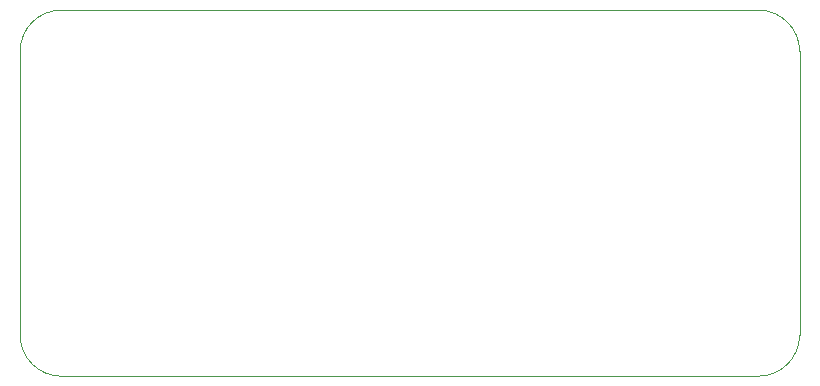
<source format=gm1>
G04 #@! TF.GenerationSoftware,KiCad,Pcbnew,6.0.6-3a73a75311~116~ubuntu22.04.1*
G04 #@! TF.CreationDate,2022-07-02T17:23:15+01:00*
G04 #@! TF.ProjectId,Pi_Connector,50695f43-6f6e-46e6-9563-746f722e6b69,rev?*
G04 #@! TF.SameCoordinates,Original*
G04 #@! TF.FileFunction,Profile,NP*
%FSLAX46Y46*%
G04 Gerber Fmt 4.6, Leading zero omitted, Abs format (unit mm)*
G04 Created by KiCad (PCBNEW 6.0.6-3a73a75311~116~ubuntu22.04.1) date 2022-07-02 17:23:15*
%MOMM*%
%LPD*%
G01*
G04 APERTURE LIST*
G04 #@! TA.AperFunction,Profile*
%ADD10C,0.100000*%
G04 #@! TD*
G04 APERTURE END LIST*
D10*
X112000000Y-49500000D02*
X112000000Y-73500000D01*
X46000000Y-49500000D02*
X46000000Y-73500000D01*
X49500000Y-46000000D02*
X108500000Y-46000000D01*
X46000000Y-73500000D02*
G75*
G03*
X49500000Y-77000000I3500000J0D01*
G01*
X112000000Y-49500000D02*
G75*
G03*
X108500000Y-46000000I-3500000J0D01*
G01*
X108500000Y-77000000D02*
G75*
G03*
X112000000Y-73500000I0J3500000D01*
G01*
X49500000Y-46000000D02*
G75*
G03*
X46000000Y-49500000I0J-3500000D01*
G01*
X49500000Y-77000000D02*
X108500000Y-77000000D01*
M02*

</source>
